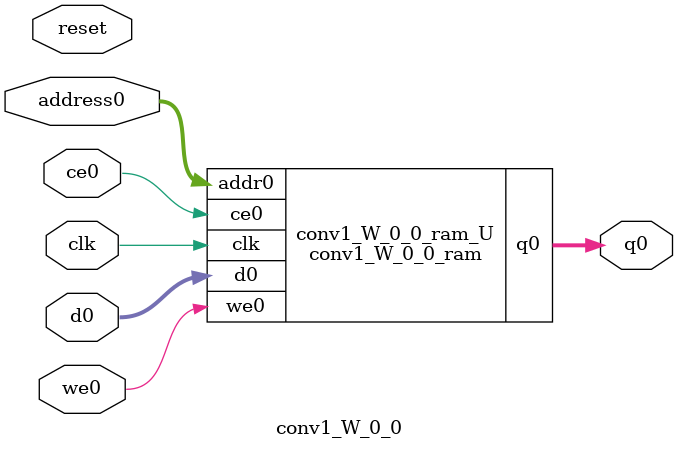
<source format=v>
`timescale 1 ns / 1 ps
module conv1_W_0_0_ram (addr0, ce0, d0, we0, q0,  clk);

parameter DWIDTH = 32;
parameter AWIDTH = 4;
parameter MEM_SIZE = 9;

input[AWIDTH-1:0] addr0;
input ce0;
input[DWIDTH-1:0] d0;
input we0;
output reg[DWIDTH-1:0] q0;
input clk;

(* ram_style = "distributed" *)reg [DWIDTH-1:0] ram[0:MEM_SIZE-1];




always @(posedge clk)  
begin 
    if (ce0) 
    begin
        if (we0) 
        begin 
            ram[addr0] <= d0; 
        end 
        q0 <= ram[addr0];
    end
end


endmodule

`timescale 1 ns / 1 ps
module conv1_W_0_0(
    reset,
    clk,
    address0,
    ce0,
    we0,
    d0,
    q0);

parameter DataWidth = 32'd32;
parameter AddressRange = 32'd9;
parameter AddressWidth = 32'd4;
input reset;
input clk;
input[AddressWidth - 1:0] address0;
input ce0;
input we0;
input[DataWidth - 1:0] d0;
output[DataWidth - 1:0] q0;



conv1_W_0_0_ram conv1_W_0_0_ram_U(
    .clk( clk ),
    .addr0( address0 ),
    .ce0( ce0 ),
    .we0( we0 ),
    .d0( d0 ),
    .q0( q0 ));

endmodule


</source>
